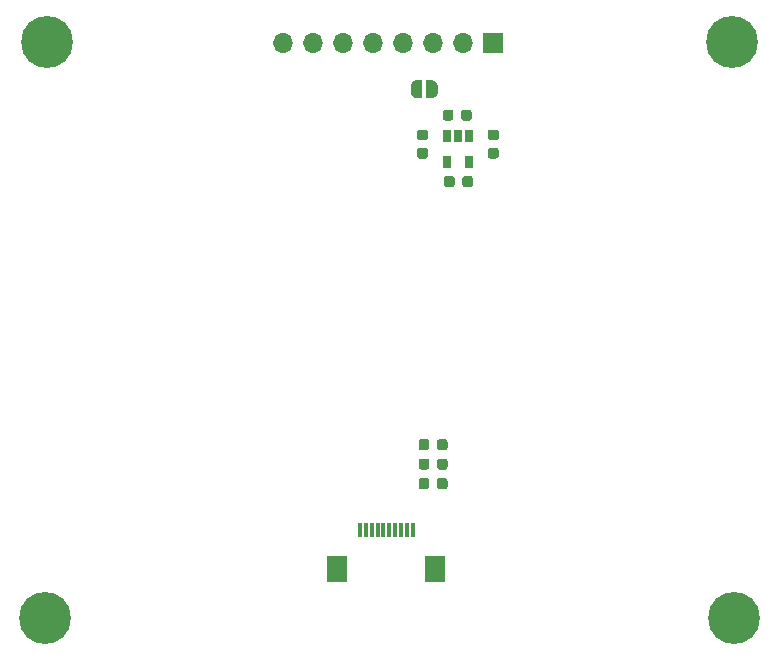
<source format=gbr>
%TF.GenerationSoftware,KiCad,Pcbnew,5.1.7-a382d34a8~88~ubuntu20.04.1*%
%TF.CreationDate,2020-12-22T17:38:33+00:00*%
%TF.ProjectId,DisplayBreakoutBoard,44697370-6c61-4794-9272-65616b6f7574,v1*%
%TF.SameCoordinates,Original*%
%TF.FileFunction,Soldermask,Top*%
%TF.FilePolarity,Negative*%
%FSLAX46Y46*%
G04 Gerber Fmt 4.6, Leading zero omitted, Abs format (unit mm)*
G04 Created by KiCad (PCBNEW 5.1.7-a382d34a8~88~ubuntu20.04.1) date 2020-12-22 17:38:33*
%MOMM*%
%LPD*%
G01*
G04 APERTURE LIST*
%ADD10C,0.700000*%
%ADD11C,4.400000*%
%ADD12R,0.650000X1.060000*%
%ADD13R,1.700000X1.700000*%
%ADD14O,1.700000X1.700000*%
%ADD15R,1.800000X2.200000*%
%ADD16R,0.300000X1.300000*%
%ADD17C,0.100000*%
G04 APERTURE END LIST*
D10*
%TO.C,H4*%
X90316726Y-82383274D03*
X89150000Y-81900000D03*
X87983274Y-82383274D03*
X87500000Y-83550000D03*
X87983274Y-84716726D03*
X89150000Y-85200000D03*
X90316726Y-84716726D03*
X90800000Y-83550000D03*
D11*
X89150000Y-83550000D03*
%TD*%
%TO.C,C1*%
G36*
G01*
X69050000Y-44625000D02*
X68550000Y-44625000D01*
G75*
G02*
X68325000Y-44400000I0J225000D01*
G01*
X68325000Y-43950000D01*
G75*
G02*
X68550000Y-43725000I225000J0D01*
G01*
X69050000Y-43725000D01*
G75*
G02*
X69275000Y-43950000I0J-225000D01*
G01*
X69275000Y-44400000D01*
G75*
G02*
X69050000Y-44625000I-225000J0D01*
G01*
G37*
G36*
G01*
X69050000Y-43075000D02*
X68550000Y-43075000D01*
G75*
G02*
X68325000Y-42850000I0J225000D01*
G01*
X68325000Y-42400000D01*
G75*
G02*
X68550000Y-42175000I225000J0D01*
G01*
X69050000Y-42175000D01*
G75*
G02*
X69275000Y-42400000I0J-225000D01*
G01*
X69275000Y-42850000D01*
G75*
G02*
X69050000Y-43075000I-225000J0D01*
G01*
G37*
%TD*%
%TO.C,C2*%
G36*
G01*
X63050000Y-43075000D02*
X62550000Y-43075000D01*
G75*
G02*
X62325000Y-42850000I0J225000D01*
G01*
X62325000Y-42400000D01*
G75*
G02*
X62550000Y-42175000I225000J0D01*
G01*
X63050000Y-42175000D01*
G75*
G02*
X63275000Y-42400000I0J-225000D01*
G01*
X63275000Y-42850000D01*
G75*
G02*
X63050000Y-43075000I-225000J0D01*
G01*
G37*
G36*
G01*
X63050000Y-44625000D02*
X62550000Y-44625000D01*
G75*
G02*
X62325000Y-44400000I0J225000D01*
G01*
X62325000Y-43950000D01*
G75*
G02*
X62550000Y-43725000I225000J0D01*
G01*
X63050000Y-43725000D01*
G75*
G02*
X63275000Y-43950000I0J-225000D01*
G01*
X63275000Y-44400000D01*
G75*
G02*
X63050000Y-44625000I-225000J0D01*
G01*
G37*
%TD*%
%TO.C,C3*%
G36*
G01*
X64525000Y-41200000D02*
X64525000Y-40700000D01*
G75*
G02*
X64750000Y-40475000I225000J0D01*
G01*
X65200000Y-40475000D01*
G75*
G02*
X65425000Y-40700000I0J-225000D01*
G01*
X65425000Y-41200000D01*
G75*
G02*
X65200000Y-41425000I-225000J0D01*
G01*
X64750000Y-41425000D01*
G75*
G02*
X64525000Y-41200000I0J225000D01*
G01*
G37*
G36*
G01*
X66075000Y-41200000D02*
X66075000Y-40700000D01*
G75*
G02*
X66300000Y-40475000I225000J0D01*
G01*
X66750000Y-40475000D01*
G75*
G02*
X66975000Y-40700000I0J-225000D01*
G01*
X66975000Y-41200000D01*
G75*
G02*
X66750000Y-41425000I-225000J0D01*
G01*
X66300000Y-41425000D01*
G75*
G02*
X66075000Y-41200000I0J225000D01*
G01*
G37*
%TD*%
%TO.C,C4*%
G36*
G01*
X66175000Y-46825000D02*
X66175000Y-46325000D01*
G75*
G02*
X66400000Y-46100000I225000J0D01*
G01*
X66850000Y-46100000D01*
G75*
G02*
X67075000Y-46325000I0J-225000D01*
G01*
X67075000Y-46825000D01*
G75*
G02*
X66850000Y-47050000I-225000J0D01*
G01*
X66400000Y-47050000D01*
G75*
G02*
X66175000Y-46825000I0J225000D01*
G01*
G37*
G36*
G01*
X64625000Y-46825000D02*
X64625000Y-46325000D01*
G75*
G02*
X64850000Y-46100000I225000J0D01*
G01*
X65300000Y-46100000D01*
G75*
G02*
X65525000Y-46325000I0J-225000D01*
G01*
X65525000Y-46825000D01*
G75*
G02*
X65300000Y-47050000I-225000J0D01*
G01*
X64850000Y-47050000D01*
G75*
G02*
X64625000Y-46825000I0J225000D01*
G01*
G37*
%TD*%
%TO.C,C5*%
G36*
G01*
X63375000Y-68600000D02*
X63375000Y-69100000D01*
G75*
G02*
X63150000Y-69325000I-225000J0D01*
G01*
X62700000Y-69325000D01*
G75*
G02*
X62475000Y-69100000I0J225000D01*
G01*
X62475000Y-68600000D01*
G75*
G02*
X62700000Y-68375000I225000J0D01*
G01*
X63150000Y-68375000D01*
G75*
G02*
X63375000Y-68600000I0J-225000D01*
G01*
G37*
G36*
G01*
X64925000Y-68600000D02*
X64925000Y-69100000D01*
G75*
G02*
X64700000Y-69325000I-225000J0D01*
G01*
X64250000Y-69325000D01*
G75*
G02*
X64025000Y-69100000I0J225000D01*
G01*
X64025000Y-68600000D01*
G75*
G02*
X64250000Y-68375000I225000J0D01*
G01*
X64700000Y-68375000D01*
G75*
G02*
X64925000Y-68600000I0J-225000D01*
G01*
G37*
%TD*%
%TO.C,C6*%
G36*
G01*
X62475000Y-70750000D02*
X62475000Y-70250000D01*
G75*
G02*
X62700000Y-70025000I225000J0D01*
G01*
X63150000Y-70025000D01*
G75*
G02*
X63375000Y-70250000I0J-225000D01*
G01*
X63375000Y-70750000D01*
G75*
G02*
X63150000Y-70975000I-225000J0D01*
G01*
X62700000Y-70975000D01*
G75*
G02*
X62475000Y-70750000I0J225000D01*
G01*
G37*
G36*
G01*
X64025000Y-70750000D02*
X64025000Y-70250000D01*
G75*
G02*
X64250000Y-70025000I225000J0D01*
G01*
X64700000Y-70025000D01*
G75*
G02*
X64925000Y-70250000I0J-225000D01*
G01*
X64925000Y-70750000D01*
G75*
G02*
X64700000Y-70975000I-225000J0D01*
G01*
X64250000Y-70975000D01*
G75*
G02*
X64025000Y-70750000I0J225000D01*
G01*
G37*
%TD*%
%TO.C,C7*%
G36*
G01*
X62475000Y-72400000D02*
X62475000Y-71900000D01*
G75*
G02*
X62700000Y-71675000I225000J0D01*
G01*
X63150000Y-71675000D01*
G75*
G02*
X63375000Y-71900000I0J-225000D01*
G01*
X63375000Y-72400000D01*
G75*
G02*
X63150000Y-72625000I-225000J0D01*
G01*
X62700000Y-72625000D01*
G75*
G02*
X62475000Y-72400000I0J225000D01*
G01*
G37*
G36*
G01*
X64025000Y-72400000D02*
X64025000Y-71900000D01*
G75*
G02*
X64250000Y-71675000I225000J0D01*
G01*
X64700000Y-71675000D01*
G75*
G02*
X64925000Y-71900000I0J-225000D01*
G01*
X64925000Y-72400000D01*
G75*
G02*
X64700000Y-72625000I-225000J0D01*
G01*
X64250000Y-72625000D01*
G75*
G02*
X64025000Y-72400000I0J225000D01*
G01*
G37*
%TD*%
D12*
%TO.C,IC1*%
X66750000Y-42725000D03*
X65800000Y-42725000D03*
X64850000Y-42725000D03*
X64850000Y-44925000D03*
X66750000Y-44925000D03*
%TD*%
D13*
%TO.C,J1*%
X68800000Y-34850000D03*
D14*
X66260000Y-34850000D03*
X63720000Y-34850000D03*
X61180000Y-34850000D03*
X58640000Y-34850000D03*
X56100000Y-34850000D03*
X53560000Y-34850000D03*
X51020000Y-34850000D03*
%TD*%
D15*
%TO.C,J2*%
X63900000Y-79350000D03*
X55600000Y-79350000D03*
D16*
X62000000Y-76100000D03*
X61500000Y-76100000D03*
X61000000Y-76100000D03*
X60500000Y-76100000D03*
X60000000Y-76100000D03*
X59500000Y-76100000D03*
X59000000Y-76100000D03*
X58500000Y-76100000D03*
X58000000Y-76100000D03*
X57500000Y-76100000D03*
%TD*%
D17*
%TO.C,JP1*%
G36*
X63600000Y-38000602D02*
G01*
X63624534Y-38000602D01*
X63673365Y-38005412D01*
X63721490Y-38014984D01*
X63768445Y-38029228D01*
X63813778Y-38048005D01*
X63857051Y-38071136D01*
X63897850Y-38098396D01*
X63935779Y-38129524D01*
X63970476Y-38164221D01*
X64001604Y-38202150D01*
X64028864Y-38242949D01*
X64051995Y-38286222D01*
X64070772Y-38331555D01*
X64085016Y-38378510D01*
X64094588Y-38426635D01*
X64099398Y-38475466D01*
X64099398Y-38500000D01*
X64100000Y-38500000D01*
X64100000Y-39000000D01*
X64099398Y-39000000D01*
X64099398Y-39024534D01*
X64094588Y-39073365D01*
X64085016Y-39121490D01*
X64070772Y-39168445D01*
X64051995Y-39213778D01*
X64028864Y-39257051D01*
X64001604Y-39297850D01*
X63970476Y-39335779D01*
X63935779Y-39370476D01*
X63897850Y-39401604D01*
X63857051Y-39428864D01*
X63813778Y-39451995D01*
X63768445Y-39470772D01*
X63721490Y-39485016D01*
X63673365Y-39494588D01*
X63624534Y-39499398D01*
X63600000Y-39499398D01*
X63600000Y-39500000D01*
X63100000Y-39500000D01*
X63100000Y-38000000D01*
X63600000Y-38000000D01*
X63600000Y-38000602D01*
G37*
G36*
X62800000Y-39500000D02*
G01*
X62300000Y-39500000D01*
X62300000Y-39499398D01*
X62275466Y-39499398D01*
X62226635Y-39494588D01*
X62178510Y-39485016D01*
X62131555Y-39470772D01*
X62086222Y-39451995D01*
X62042949Y-39428864D01*
X62002150Y-39401604D01*
X61964221Y-39370476D01*
X61929524Y-39335779D01*
X61898396Y-39297850D01*
X61871136Y-39257051D01*
X61848005Y-39213778D01*
X61829228Y-39168445D01*
X61814984Y-39121490D01*
X61805412Y-39073365D01*
X61800602Y-39024534D01*
X61800602Y-39000000D01*
X61800000Y-39000000D01*
X61800000Y-38500000D01*
X61800602Y-38500000D01*
X61800602Y-38475466D01*
X61805412Y-38426635D01*
X61814984Y-38378510D01*
X61829228Y-38331555D01*
X61848005Y-38286222D01*
X61871136Y-38242949D01*
X61898396Y-38202150D01*
X61929524Y-38164221D01*
X61964221Y-38129524D01*
X62002150Y-38098396D01*
X62042949Y-38071136D01*
X62086222Y-38048005D01*
X62131555Y-38029228D01*
X62178510Y-38014984D01*
X62226635Y-38005412D01*
X62275466Y-38000602D01*
X62300000Y-38000602D01*
X62300000Y-38000000D01*
X62800000Y-38000000D01*
X62800000Y-39500000D01*
G37*
%TD*%
D11*
%TO.C,H1*%
X31000000Y-34750000D03*
D10*
X32650000Y-34750000D03*
X32166726Y-35916726D03*
X31000000Y-36400000D03*
X29833274Y-35916726D03*
X29350000Y-34750000D03*
X29833274Y-33583274D03*
X31000000Y-33100000D03*
X32166726Y-33583274D03*
%TD*%
%TO.C,H2*%
X90166726Y-33583274D03*
X89000000Y-33100000D03*
X87833274Y-33583274D03*
X87350000Y-34750000D03*
X87833274Y-35916726D03*
X89000000Y-36400000D03*
X90166726Y-35916726D03*
X90650000Y-34750000D03*
D11*
X89000000Y-34750000D03*
%TD*%
%TO.C,H3*%
X30800000Y-83550000D03*
D10*
X32450000Y-83550000D03*
X31966726Y-84716726D03*
X30800000Y-85200000D03*
X29633274Y-84716726D03*
X29150000Y-83550000D03*
X29633274Y-82383274D03*
X30800000Y-81900000D03*
X31966726Y-82383274D03*
%TD*%
M02*

</source>
